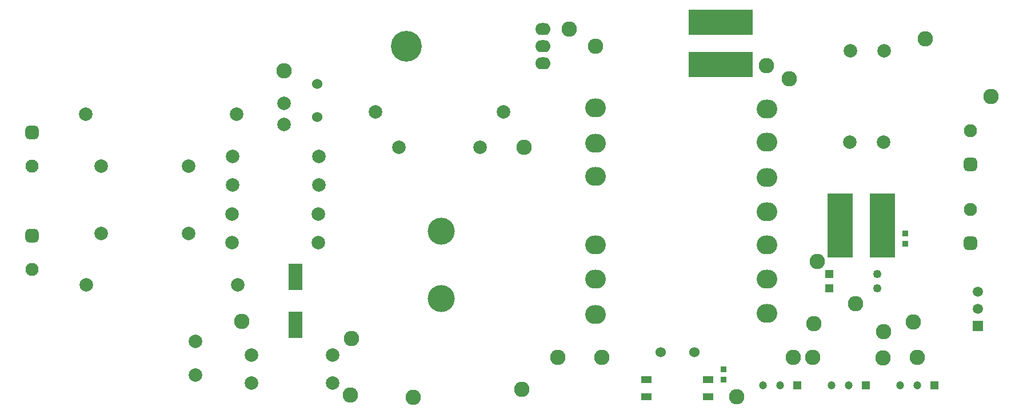
<source format=gbr>
%TF.GenerationSoftware,Altium Limited,Altium Designer,21.6.4 (81)*%
G04 Layer_Color=255*
%FSLAX43Y43*%
%MOMM*%
%TF.SameCoordinates,B74C4539-8C7F-4592-B280-35368C4CFDA8*%
%TF.FilePolarity,Positive*%
%TF.FileFunction,Pads,Top*%
%TF.Part,Single*%
G01*
G75*
%TA.AperFunction,SMDPad,CuDef*%
%ADD10R,3.750X9.500*%
%ADD11R,0.900X0.850*%
%ADD12R,2.000X4.000*%
%ADD13R,9.500X3.750*%
%ADD14R,1.600X1.000*%
%TA.AperFunction,ComponentPad*%
%ADD26C,2.286*%
%ADD27C,2.000*%
%ADD28R,1.500X1.500*%
%ADD29C,1.500*%
%ADD30R,1.200X1.200*%
%ADD31C,1.200*%
%ADD32C,1.250*%
%ADD33R,1.250X1.250*%
%ADD34O,2.286X1.778*%
%ADD35C,4.572*%
%ADD36C,1.524*%
%ADD37O,3.048X2.794*%
%ADD38C,1.950*%
G04:AMPARAMS|DCode=39|XSize=1.95mm|YSize=1.95mm|CornerRadius=0.488mm|HoleSize=0mm|Usage=FLASHONLY|Rotation=270.000|XOffset=0mm|YOffset=0mm|HoleType=Round|Shape=RoundedRectangle|*
%AMROUNDEDRECTD39*
21,1,1.950,0.975,0,0,270.0*
21,1,0.975,1.950,0,0,270.0*
1,1,0.975,-0.488,-0.488*
1,1,0.975,-0.488,0.488*
1,1,0.975,0.488,0.488*
1,1,0.975,0.488,-0.488*
%
%ADD39ROUNDEDRECTD39*%
%ADD40C,4.000*%
D10*
X131083Y27025D02*
D03*
X124833D02*
D03*
D11*
X107575Y5725D02*
D03*
Y4175D02*
D03*
X134450Y24275D02*
D03*
Y25825D02*
D03*
D12*
X44141Y12325D02*
D03*
Y19425D02*
D03*
D13*
X107125Y50900D02*
D03*
Y57150D02*
D03*
D14*
X96147Y1626D02*
D03*
X105297Y4166D02*
D03*
X96147D02*
D03*
X105297Y1626D02*
D03*
D26*
X121412Y21725D02*
D03*
X117900Y7468D02*
D03*
X52275Y1848D02*
D03*
X120955Y12479D02*
D03*
X135650Y12700D02*
D03*
X113875Y50761D02*
D03*
X117325Y48750D02*
D03*
X120775Y7440D02*
D03*
X147175Y46150D02*
D03*
X77675Y2725D02*
D03*
X109475Y1626D02*
D03*
X82975Y7475D02*
D03*
X89500D02*
D03*
X78022Y38650D02*
D03*
X42450Y49975D02*
D03*
X52400Y10225D02*
D03*
X84700Y56125D02*
D03*
X88625Y53636D02*
D03*
X137450Y54700D02*
D03*
X61573Y1525D02*
D03*
X36215Y12837D02*
D03*
X131216Y7400D02*
D03*
X136250Y7440D02*
D03*
X127150Y15400D02*
D03*
X131260Y11300D02*
D03*
D27*
X131375Y52950D02*
D03*
X126375D02*
D03*
X49641Y3697D02*
D03*
X37641D02*
D03*
X126280Y39373D02*
D03*
X131280D02*
D03*
X29340Y9852D02*
D03*
Y4852D02*
D03*
X42450Y42024D02*
D03*
Y45124D02*
D03*
X59505Y38650D02*
D03*
X71505D02*
D03*
X15340Y25849D02*
D03*
X28340D02*
D03*
X15340Y35849D02*
D03*
X28340D02*
D03*
X34768Y24448D02*
D03*
X47568D02*
D03*
X35553Y18225D02*
D03*
X13153D02*
D03*
X47594Y33008D02*
D03*
X34794D02*
D03*
X47568Y28741D02*
D03*
X34768D02*
D03*
X34794Y37275D02*
D03*
X47594D02*
D03*
X35427Y43524D02*
D03*
X13027D02*
D03*
X74961Y43850D02*
D03*
X55961D02*
D03*
X37641Y7837D02*
D03*
X49641D02*
D03*
D28*
X145274Y12135D02*
D03*
D29*
Y14675D02*
D03*
Y17215D02*
D03*
D30*
X128655Y3292D02*
D03*
X138790Y3297D02*
D03*
X118500Y3315D02*
D03*
D31*
X126115Y3292D02*
D03*
X123575D02*
D03*
X136250Y3297D02*
D03*
X133710D02*
D03*
X115960Y3315D02*
D03*
X113420D02*
D03*
D32*
X130318Y17700D02*
D03*
Y19825D02*
D03*
D33*
X123218Y17700D02*
D03*
Y19825D02*
D03*
D34*
X80793Y56144D02*
D03*
Y53604D02*
D03*
Y51064D02*
D03*
D35*
X60600Y53604D02*
D03*
D36*
X103197Y8230D02*
D03*
X98247D02*
D03*
X47400Y48025D02*
D03*
Y43075D02*
D03*
D37*
X113975Y44298D02*
D03*
Y39345D02*
D03*
Y34138D02*
D03*
Y29058D02*
D03*
Y24105D02*
D03*
Y19025D02*
D03*
Y13945D02*
D03*
X88575Y44425D02*
D03*
Y39218D02*
D03*
Y34265D02*
D03*
Y24105D02*
D03*
Y19025D02*
D03*
Y13818D02*
D03*
D38*
X5127Y20525D02*
D03*
X144136Y41075D02*
D03*
Y29400D02*
D03*
X5068Y35825D02*
D03*
D39*
X5127Y25525D02*
D03*
X144136Y36075D02*
D03*
Y24400D02*
D03*
X5068Y40825D02*
D03*
D40*
X65725Y26150D02*
D03*
Y16150D02*
D03*
%TF.MD5,ab21910ea0b2c8b9c259d0a58b2c9a93*%
M02*

</source>
